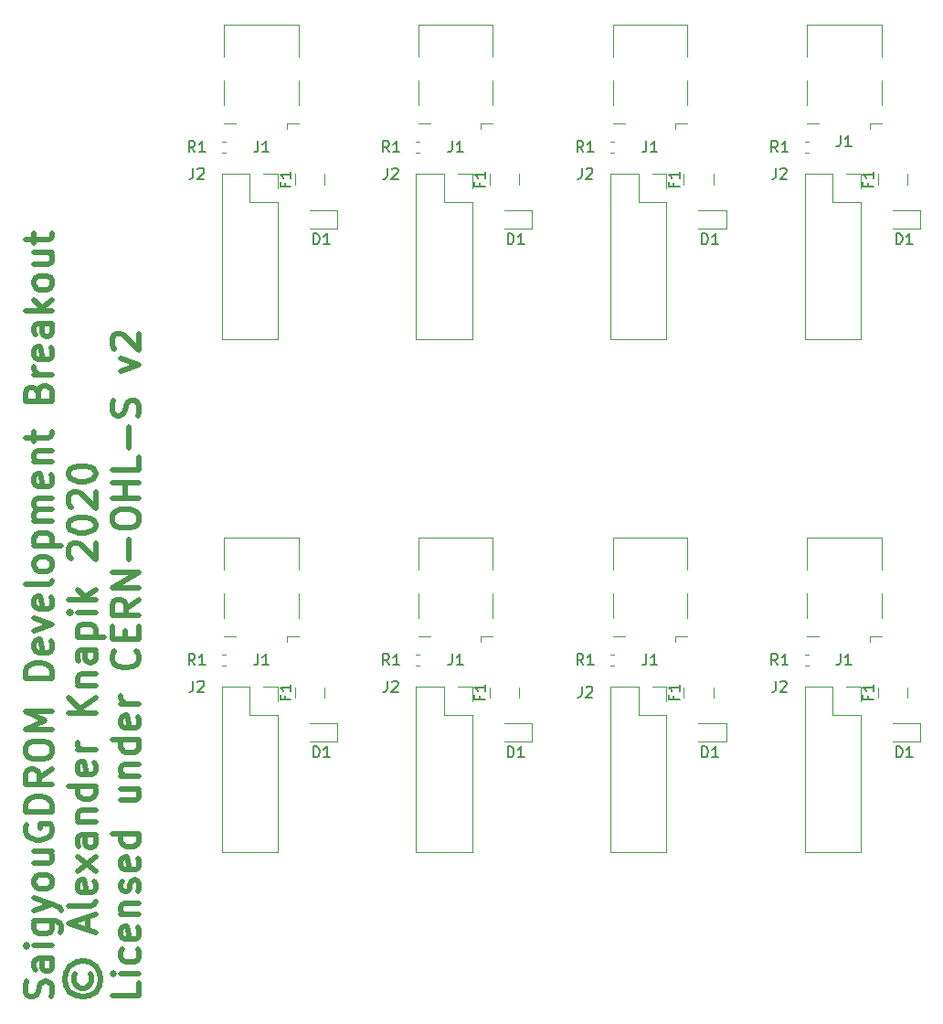
<source format=gto>
G04 #@! TF.GenerationSoftware,KiCad,Pcbnew,(5.99.0-1907-g1c46bf195)*
G04 #@! TF.CreationDate,2020-10-23T20:38:10+00:00*
G04 #@! TF.ProjectId,USB PMOD Panelised,55534220-504d-44f4-9420-50616e656c69,rev?*
G04 #@! TF.SameCoordinates,Original*
G04 #@! TF.FileFunction,Legend,Top*
G04 #@! TF.FilePolarity,Positive*
%FSLAX46Y46*%
G04 Gerber Fmt 4.6, Leading zero omitted, Abs format (unit mm)*
G04 Created by KiCad (PCBNEW (5.99.0-1907-g1c46bf195)) date 2020-10-23 20:38:10*
%MOMM*%
%LPD*%
G01*
G04 APERTURE LIST*
%ADD10C,0.500000*%
%ADD11C,0.150000*%
%ADD12C,0.120000*%
G04 APERTURE END LIST*
D10*
X79786904Y-128748809D02*
X79905952Y-128391666D01*
X79905952Y-127796428D01*
X79786904Y-127558333D01*
X79667857Y-127439285D01*
X79429761Y-127320238D01*
X79191666Y-127320238D01*
X78953571Y-127439285D01*
X78834523Y-127558333D01*
X78715476Y-127796428D01*
X78596428Y-128272619D01*
X78477380Y-128510714D01*
X78358333Y-128629761D01*
X78120238Y-128748809D01*
X77882142Y-128748809D01*
X77644047Y-128629761D01*
X77525000Y-128510714D01*
X77405952Y-128272619D01*
X77405952Y-127677380D01*
X77525000Y-127320238D01*
X79905952Y-125177380D02*
X78596428Y-125177380D01*
X78358333Y-125296428D01*
X78239285Y-125534523D01*
X78239285Y-126010714D01*
X78358333Y-126248809D01*
X79786904Y-125177380D02*
X79905952Y-125415476D01*
X79905952Y-126010714D01*
X79786904Y-126248809D01*
X79548809Y-126367857D01*
X79310714Y-126367857D01*
X79072619Y-126248809D01*
X78953571Y-126010714D01*
X78953571Y-125415476D01*
X78834523Y-125177380D01*
X79905952Y-123986904D02*
X78239285Y-123986904D01*
X77405952Y-123986904D02*
X77525000Y-124105952D01*
X77644047Y-123986904D01*
X77525000Y-123867857D01*
X77405952Y-123986904D01*
X77644047Y-123986904D01*
X78239285Y-121725000D02*
X80263095Y-121725000D01*
X80501190Y-121844047D01*
X80620238Y-121963095D01*
X80739285Y-122201190D01*
X80739285Y-122558333D01*
X80620238Y-122796428D01*
X79786904Y-121725000D02*
X79905952Y-121963095D01*
X79905952Y-122439285D01*
X79786904Y-122677380D01*
X79667857Y-122796428D01*
X79429761Y-122915476D01*
X78715476Y-122915476D01*
X78477380Y-122796428D01*
X78358333Y-122677380D01*
X78239285Y-122439285D01*
X78239285Y-121963095D01*
X78358333Y-121725000D01*
X78239285Y-120772619D02*
X79905952Y-120177380D01*
X78239285Y-119582142D02*
X79905952Y-120177380D01*
X80501190Y-120415476D01*
X80620238Y-120534523D01*
X80739285Y-120772619D01*
X79905952Y-118272619D02*
X79786904Y-118510714D01*
X79667857Y-118629761D01*
X79429761Y-118748809D01*
X78715476Y-118748809D01*
X78477380Y-118629761D01*
X78358333Y-118510714D01*
X78239285Y-118272619D01*
X78239285Y-117915476D01*
X78358333Y-117677380D01*
X78477380Y-117558333D01*
X78715476Y-117439285D01*
X79429761Y-117439285D01*
X79667857Y-117558333D01*
X79786904Y-117677380D01*
X79905952Y-117915476D01*
X79905952Y-118272619D01*
X78239285Y-115296428D02*
X79905952Y-115296428D01*
X78239285Y-116367857D02*
X79548809Y-116367857D01*
X79786904Y-116248809D01*
X79905952Y-116010714D01*
X79905952Y-115653571D01*
X79786904Y-115415476D01*
X79667857Y-115296428D01*
X77525000Y-112796428D02*
X77405952Y-113034523D01*
X77405952Y-113391666D01*
X77525000Y-113748809D01*
X77763095Y-113986904D01*
X78001190Y-114105952D01*
X78477380Y-114225000D01*
X78834523Y-114225000D01*
X79310714Y-114105952D01*
X79548809Y-113986904D01*
X79786904Y-113748809D01*
X79905952Y-113391666D01*
X79905952Y-113153571D01*
X79786904Y-112796428D01*
X79667857Y-112677380D01*
X78834523Y-112677380D01*
X78834523Y-113153571D01*
X79905952Y-111605952D02*
X77405952Y-111605952D01*
X77405952Y-111010714D01*
X77525000Y-110653571D01*
X77763095Y-110415476D01*
X78001190Y-110296428D01*
X78477380Y-110177380D01*
X78834523Y-110177380D01*
X79310714Y-110296428D01*
X79548809Y-110415476D01*
X79786904Y-110653571D01*
X79905952Y-111010714D01*
X79905952Y-111605952D01*
X79905952Y-107677380D02*
X78715476Y-108510714D01*
X79905952Y-109105952D02*
X77405952Y-109105952D01*
X77405952Y-108153571D01*
X77525000Y-107915476D01*
X77644047Y-107796428D01*
X77882142Y-107677380D01*
X78239285Y-107677380D01*
X78477380Y-107796428D01*
X78596428Y-107915476D01*
X78715476Y-108153571D01*
X78715476Y-109105952D01*
X77405952Y-106129761D02*
X77405952Y-105653571D01*
X77525000Y-105415476D01*
X77763095Y-105177380D01*
X78239285Y-105058333D01*
X79072619Y-105058333D01*
X79548809Y-105177380D01*
X79786904Y-105415476D01*
X79905952Y-105653571D01*
X79905952Y-106129761D01*
X79786904Y-106367857D01*
X79548809Y-106605952D01*
X79072619Y-106725000D01*
X78239285Y-106725000D01*
X77763095Y-106605952D01*
X77525000Y-106367857D01*
X77405952Y-106129761D01*
X79905952Y-103986904D02*
X77405952Y-103986904D01*
X79191666Y-103153571D01*
X77405952Y-102320238D01*
X79905952Y-102320238D01*
X79905952Y-99225000D02*
X77405952Y-99225000D01*
X77405952Y-98629761D01*
X77525000Y-98272619D01*
X77763095Y-98034523D01*
X78001190Y-97915476D01*
X78477380Y-97796428D01*
X78834523Y-97796428D01*
X79310714Y-97915476D01*
X79548809Y-98034523D01*
X79786904Y-98272619D01*
X79905952Y-98629761D01*
X79905952Y-99225000D01*
X79786904Y-95772619D02*
X79905952Y-96010714D01*
X79905952Y-96486904D01*
X79786904Y-96725000D01*
X79548809Y-96844047D01*
X78596428Y-96844047D01*
X78358333Y-96725000D01*
X78239285Y-96486904D01*
X78239285Y-96010714D01*
X78358333Y-95772619D01*
X78596428Y-95653571D01*
X78834523Y-95653571D01*
X79072619Y-96844047D01*
X78239285Y-94820238D02*
X79905952Y-94225000D01*
X78239285Y-93629761D01*
X79786904Y-91725000D02*
X79905952Y-91963095D01*
X79905952Y-92439285D01*
X79786904Y-92677380D01*
X79548809Y-92796428D01*
X78596428Y-92796428D01*
X78358333Y-92677380D01*
X78239285Y-92439285D01*
X78239285Y-91963095D01*
X78358333Y-91725000D01*
X78596428Y-91605952D01*
X78834523Y-91605952D01*
X79072619Y-92796428D01*
X79905952Y-90177380D02*
X79786904Y-90415476D01*
X79548809Y-90534523D01*
X77405952Y-90534523D01*
X79905952Y-88867857D02*
X79786904Y-89105952D01*
X79667857Y-89225000D01*
X79429761Y-89344047D01*
X78715476Y-89344047D01*
X78477380Y-89225000D01*
X78358333Y-89105952D01*
X78239285Y-88867857D01*
X78239285Y-88510714D01*
X78358333Y-88272619D01*
X78477380Y-88153571D01*
X78715476Y-88034523D01*
X79429761Y-88034523D01*
X79667857Y-88153571D01*
X79786904Y-88272619D01*
X79905952Y-88510714D01*
X79905952Y-88867857D01*
X78239285Y-86963095D02*
X80739285Y-86963095D01*
X78358333Y-86963095D02*
X78239285Y-86725000D01*
X78239285Y-86248809D01*
X78358333Y-86010714D01*
X78477380Y-85891666D01*
X78715476Y-85772619D01*
X79429761Y-85772619D01*
X79667857Y-85891666D01*
X79786904Y-86010714D01*
X79905952Y-86248809D01*
X79905952Y-86725000D01*
X79786904Y-86963095D01*
X79905952Y-84701190D02*
X78239285Y-84701190D01*
X78477380Y-84701190D02*
X78358333Y-84582142D01*
X78239285Y-84344047D01*
X78239285Y-83986904D01*
X78358333Y-83748809D01*
X78596428Y-83629761D01*
X79905952Y-83629761D01*
X78596428Y-83629761D02*
X78358333Y-83510714D01*
X78239285Y-83272619D01*
X78239285Y-82915476D01*
X78358333Y-82677380D01*
X78596428Y-82558333D01*
X79905952Y-82558333D01*
X79786904Y-80415476D02*
X79905952Y-80653571D01*
X79905952Y-81129761D01*
X79786904Y-81367857D01*
X79548809Y-81486904D01*
X78596428Y-81486904D01*
X78358333Y-81367857D01*
X78239285Y-81129761D01*
X78239285Y-80653571D01*
X78358333Y-80415476D01*
X78596428Y-80296428D01*
X78834523Y-80296428D01*
X79072619Y-81486904D01*
X78239285Y-79225000D02*
X79905952Y-79225000D01*
X78477380Y-79225000D02*
X78358333Y-79105952D01*
X78239285Y-78867857D01*
X78239285Y-78510714D01*
X78358333Y-78272619D01*
X78596428Y-78153571D01*
X79905952Y-78153571D01*
X78239285Y-77320238D02*
X78239285Y-76367857D01*
X77405952Y-76963095D02*
X79548809Y-76963095D01*
X79786904Y-76844047D01*
X79905952Y-76605952D01*
X79905952Y-76367857D01*
X78596428Y-72796428D02*
X78715476Y-72439285D01*
X78834523Y-72320238D01*
X79072619Y-72201190D01*
X79429761Y-72201190D01*
X79667857Y-72320238D01*
X79786904Y-72439285D01*
X79905952Y-72677380D01*
X79905952Y-73629761D01*
X77405952Y-73629761D01*
X77405952Y-72796428D01*
X77525000Y-72558333D01*
X77644047Y-72439285D01*
X77882142Y-72320238D01*
X78120238Y-72320238D01*
X78358333Y-72439285D01*
X78477380Y-72558333D01*
X78596428Y-72796428D01*
X78596428Y-73629761D01*
X79905952Y-71129761D02*
X78239285Y-71129761D01*
X78715476Y-71129761D02*
X78477380Y-71010714D01*
X78358333Y-70891666D01*
X78239285Y-70653571D01*
X78239285Y-70415476D01*
X79786904Y-68629761D02*
X79905952Y-68867857D01*
X79905952Y-69344047D01*
X79786904Y-69582142D01*
X79548809Y-69701190D01*
X78596428Y-69701190D01*
X78358333Y-69582142D01*
X78239285Y-69344047D01*
X78239285Y-68867857D01*
X78358333Y-68629761D01*
X78596428Y-68510714D01*
X78834523Y-68510714D01*
X79072619Y-69701190D01*
X79905952Y-66367857D02*
X78596428Y-66367857D01*
X78358333Y-66486904D01*
X78239285Y-66725000D01*
X78239285Y-67201190D01*
X78358333Y-67439285D01*
X79786904Y-66367857D02*
X79905952Y-66605952D01*
X79905952Y-67201190D01*
X79786904Y-67439285D01*
X79548809Y-67558333D01*
X79310714Y-67558333D01*
X79072619Y-67439285D01*
X78953571Y-67201190D01*
X78953571Y-66605952D01*
X78834523Y-66367857D01*
X79905952Y-65177380D02*
X77405952Y-65177380D01*
X78953571Y-64939285D02*
X79905952Y-64225000D01*
X78239285Y-64225000D02*
X79191666Y-65177380D01*
X79905952Y-62796428D02*
X79786904Y-63034523D01*
X79667857Y-63153571D01*
X79429761Y-63272619D01*
X78715476Y-63272619D01*
X78477380Y-63153571D01*
X78358333Y-63034523D01*
X78239285Y-62796428D01*
X78239285Y-62439285D01*
X78358333Y-62201190D01*
X78477380Y-62082142D01*
X78715476Y-61963095D01*
X79429761Y-61963095D01*
X79667857Y-62082142D01*
X79786904Y-62201190D01*
X79905952Y-62439285D01*
X79905952Y-62796428D01*
X78239285Y-59820238D02*
X79905952Y-59820238D01*
X78239285Y-60891666D02*
X79548809Y-60891666D01*
X79786904Y-60772619D01*
X79905952Y-60534523D01*
X79905952Y-60177380D01*
X79786904Y-59939285D01*
X79667857Y-59820238D01*
X78239285Y-58986904D02*
X78239285Y-58034523D01*
X77405952Y-58629761D02*
X79548809Y-58629761D01*
X79786904Y-58510714D01*
X79905952Y-58272619D01*
X79905952Y-58034523D01*
X82026190Y-126605952D02*
X81907142Y-126844047D01*
X81907142Y-127320238D01*
X82026190Y-127558333D01*
X82264285Y-127796428D01*
X82502380Y-127915476D01*
X82978571Y-127915476D01*
X83216666Y-127796428D01*
X83454761Y-127558333D01*
X83573809Y-127320238D01*
X83573809Y-126844047D01*
X83454761Y-126605952D01*
X81073809Y-127082142D02*
X81192857Y-127677380D01*
X81550000Y-128272619D01*
X82145238Y-128629761D01*
X82740476Y-128748809D01*
X83335714Y-128629761D01*
X83930952Y-128272619D01*
X84288095Y-127677380D01*
X84407142Y-127082142D01*
X84288095Y-126486904D01*
X83930952Y-125891666D01*
X83335714Y-125534523D01*
X82740476Y-125415476D01*
X82145238Y-125534523D01*
X81550000Y-125891666D01*
X81192857Y-126486904D01*
X81073809Y-127082142D01*
X83216666Y-122558333D02*
X83216666Y-121367857D01*
X83930952Y-122796428D02*
X81430952Y-121963095D01*
X83930952Y-121129761D01*
X83930952Y-119939285D02*
X83811904Y-120177380D01*
X83573809Y-120296428D01*
X81430952Y-120296428D01*
X83811904Y-118034523D02*
X83930952Y-118272619D01*
X83930952Y-118748809D01*
X83811904Y-118986904D01*
X83573809Y-119105952D01*
X82621428Y-119105952D01*
X82383333Y-118986904D01*
X82264285Y-118748809D01*
X82264285Y-118272619D01*
X82383333Y-118034523D01*
X82621428Y-117915476D01*
X82859523Y-117915476D01*
X83097619Y-119105952D01*
X83930952Y-117082142D02*
X82264285Y-115772619D01*
X82264285Y-117082142D02*
X83930952Y-115772619D01*
X83930952Y-113748809D02*
X82621428Y-113748809D01*
X82383333Y-113867857D01*
X82264285Y-114105952D01*
X82264285Y-114582142D01*
X82383333Y-114820238D01*
X83811904Y-113748809D02*
X83930952Y-113986904D01*
X83930952Y-114582142D01*
X83811904Y-114820238D01*
X83573809Y-114939285D01*
X83335714Y-114939285D01*
X83097619Y-114820238D01*
X82978571Y-114582142D01*
X82978571Y-113986904D01*
X82859523Y-113748809D01*
X82264285Y-112558333D02*
X83930952Y-112558333D01*
X82502380Y-112558333D02*
X82383333Y-112439285D01*
X82264285Y-112201190D01*
X82264285Y-111844047D01*
X82383333Y-111605952D01*
X82621428Y-111486904D01*
X83930952Y-111486904D01*
X83930952Y-109225000D02*
X81430952Y-109225000D01*
X83811904Y-109225000D02*
X83930952Y-109463095D01*
X83930952Y-109939285D01*
X83811904Y-110177380D01*
X83692857Y-110296428D01*
X83454761Y-110415476D01*
X82740476Y-110415476D01*
X82502380Y-110296428D01*
X82383333Y-110177380D01*
X82264285Y-109939285D01*
X82264285Y-109463095D01*
X82383333Y-109225000D01*
X83811904Y-107082142D02*
X83930952Y-107320238D01*
X83930952Y-107796428D01*
X83811904Y-108034523D01*
X83573809Y-108153571D01*
X82621428Y-108153571D01*
X82383333Y-108034523D01*
X82264285Y-107796428D01*
X82264285Y-107320238D01*
X82383333Y-107082142D01*
X82621428Y-106963095D01*
X82859523Y-106963095D01*
X83097619Y-108153571D01*
X83930952Y-105891666D02*
X82264285Y-105891666D01*
X82740476Y-105891666D02*
X82502380Y-105772619D01*
X82383333Y-105653571D01*
X82264285Y-105415476D01*
X82264285Y-105177380D01*
X83930952Y-102439285D02*
X81430952Y-102439285D01*
X83930952Y-101010714D02*
X82502380Y-102082142D01*
X81430952Y-101010714D02*
X82859523Y-102439285D01*
X82264285Y-99939285D02*
X83930952Y-99939285D01*
X82502380Y-99939285D02*
X82383333Y-99820238D01*
X82264285Y-99582142D01*
X82264285Y-99225000D01*
X82383333Y-98986904D01*
X82621428Y-98867857D01*
X83930952Y-98867857D01*
X83930952Y-96605952D02*
X82621428Y-96605952D01*
X82383333Y-96725000D01*
X82264285Y-96963095D01*
X82264285Y-97439285D01*
X82383333Y-97677380D01*
X83811904Y-96605952D02*
X83930952Y-96844047D01*
X83930952Y-97439285D01*
X83811904Y-97677380D01*
X83573809Y-97796428D01*
X83335714Y-97796428D01*
X83097619Y-97677380D01*
X82978571Y-97439285D01*
X82978571Y-96844047D01*
X82859523Y-96605952D01*
X82264285Y-95415476D02*
X84764285Y-95415476D01*
X82383333Y-95415476D02*
X82264285Y-95177380D01*
X82264285Y-94701190D01*
X82383333Y-94463095D01*
X82502380Y-94344047D01*
X82740476Y-94225000D01*
X83454761Y-94225000D01*
X83692857Y-94344047D01*
X83811904Y-94463095D01*
X83930952Y-94701190D01*
X83930952Y-95177380D01*
X83811904Y-95415476D01*
X83930952Y-93153571D02*
X82264285Y-93153571D01*
X81430952Y-93153571D02*
X81550000Y-93272619D01*
X81669047Y-93153571D01*
X81550000Y-93034523D01*
X81430952Y-93153571D01*
X81669047Y-93153571D01*
X83930952Y-91963095D02*
X81430952Y-91963095D01*
X82978571Y-91725000D02*
X83930952Y-91010714D01*
X82264285Y-91010714D02*
X83216666Y-91963095D01*
X81669047Y-88153571D02*
X81550000Y-88034523D01*
X81430952Y-87796428D01*
X81430952Y-87201190D01*
X81550000Y-86963095D01*
X81669047Y-86844047D01*
X81907142Y-86725000D01*
X82145238Y-86725000D01*
X82502380Y-86844047D01*
X83930952Y-88272619D01*
X83930952Y-86725000D01*
X81430952Y-85177380D02*
X81430952Y-84939285D01*
X81550000Y-84701190D01*
X81669047Y-84582142D01*
X81907142Y-84463095D01*
X82383333Y-84344047D01*
X82978571Y-84344047D01*
X83454761Y-84463095D01*
X83692857Y-84582142D01*
X83811904Y-84701190D01*
X83930952Y-84939285D01*
X83930952Y-85177380D01*
X83811904Y-85415476D01*
X83692857Y-85534523D01*
X83454761Y-85653571D01*
X82978571Y-85772619D01*
X82383333Y-85772619D01*
X81907142Y-85653571D01*
X81669047Y-85534523D01*
X81550000Y-85415476D01*
X81430952Y-85177380D01*
X81669047Y-83391666D02*
X81550000Y-83272619D01*
X81430952Y-83034523D01*
X81430952Y-82439285D01*
X81550000Y-82201190D01*
X81669047Y-82082142D01*
X81907142Y-81963095D01*
X82145238Y-81963095D01*
X82502380Y-82082142D01*
X83930952Y-83510714D01*
X83930952Y-81963095D01*
X81430952Y-80415476D02*
X81430952Y-80177380D01*
X81550000Y-79939285D01*
X81669047Y-79820238D01*
X81907142Y-79701190D01*
X82383333Y-79582142D01*
X82978571Y-79582142D01*
X83454761Y-79701190D01*
X83692857Y-79820238D01*
X83811904Y-79939285D01*
X83930952Y-80177380D01*
X83930952Y-80415476D01*
X83811904Y-80653571D01*
X83692857Y-80772619D01*
X83454761Y-80891666D01*
X82978571Y-81010714D01*
X82383333Y-81010714D01*
X81907142Y-80891666D01*
X81669047Y-80772619D01*
X81550000Y-80653571D01*
X81430952Y-80415476D01*
X87955952Y-127439285D02*
X87955952Y-128629761D01*
X85455952Y-128629761D01*
X87955952Y-126605952D02*
X86289285Y-126605952D01*
X85455952Y-126605952D02*
X85575000Y-126725000D01*
X85694047Y-126605952D01*
X85575000Y-126486904D01*
X85455952Y-126605952D01*
X85694047Y-126605952D01*
X87836904Y-124344047D02*
X87955952Y-124582142D01*
X87955952Y-125058333D01*
X87836904Y-125296428D01*
X87717857Y-125415476D01*
X87479761Y-125534523D01*
X86765476Y-125534523D01*
X86527380Y-125415476D01*
X86408333Y-125296428D01*
X86289285Y-125058333D01*
X86289285Y-124582142D01*
X86408333Y-124344047D01*
X87836904Y-122320238D02*
X87955952Y-122558333D01*
X87955952Y-123034523D01*
X87836904Y-123272619D01*
X87598809Y-123391666D01*
X86646428Y-123391666D01*
X86408333Y-123272619D01*
X86289285Y-123034523D01*
X86289285Y-122558333D01*
X86408333Y-122320238D01*
X86646428Y-122201190D01*
X86884523Y-122201190D01*
X87122619Y-123391666D01*
X86289285Y-121129761D02*
X87955952Y-121129761D01*
X86527380Y-121129761D02*
X86408333Y-121010714D01*
X86289285Y-120772619D01*
X86289285Y-120415476D01*
X86408333Y-120177380D01*
X86646428Y-120058333D01*
X87955952Y-120058333D01*
X87836904Y-118986904D02*
X87955952Y-118748809D01*
X87955952Y-118272619D01*
X87836904Y-118034523D01*
X87598809Y-117915476D01*
X87479761Y-117915476D01*
X87241666Y-118034523D01*
X87122619Y-118272619D01*
X87122619Y-118629761D01*
X87003571Y-118867857D01*
X86765476Y-118986904D01*
X86646428Y-118986904D01*
X86408333Y-118867857D01*
X86289285Y-118629761D01*
X86289285Y-118272619D01*
X86408333Y-118034523D01*
X87836904Y-115891666D02*
X87955952Y-116129761D01*
X87955952Y-116605952D01*
X87836904Y-116844047D01*
X87598809Y-116963095D01*
X86646428Y-116963095D01*
X86408333Y-116844047D01*
X86289285Y-116605952D01*
X86289285Y-116129761D01*
X86408333Y-115891666D01*
X86646428Y-115772619D01*
X86884523Y-115772619D01*
X87122619Y-116963095D01*
X87955952Y-113629761D02*
X85455952Y-113629761D01*
X87836904Y-113629761D02*
X87955952Y-113867857D01*
X87955952Y-114344047D01*
X87836904Y-114582142D01*
X87717857Y-114701190D01*
X87479761Y-114820238D01*
X86765476Y-114820238D01*
X86527380Y-114701190D01*
X86408333Y-114582142D01*
X86289285Y-114344047D01*
X86289285Y-113867857D01*
X86408333Y-113629761D01*
X86289285Y-109463095D02*
X87955952Y-109463095D01*
X86289285Y-110534523D02*
X87598809Y-110534523D01*
X87836904Y-110415476D01*
X87955952Y-110177380D01*
X87955952Y-109820238D01*
X87836904Y-109582142D01*
X87717857Y-109463095D01*
X86289285Y-108272619D02*
X87955952Y-108272619D01*
X86527380Y-108272619D02*
X86408333Y-108153571D01*
X86289285Y-107915476D01*
X86289285Y-107558333D01*
X86408333Y-107320238D01*
X86646428Y-107201190D01*
X87955952Y-107201190D01*
X87955952Y-104939285D02*
X85455952Y-104939285D01*
X87836904Y-104939285D02*
X87955952Y-105177380D01*
X87955952Y-105653571D01*
X87836904Y-105891666D01*
X87717857Y-106010714D01*
X87479761Y-106129761D01*
X86765476Y-106129761D01*
X86527380Y-106010714D01*
X86408333Y-105891666D01*
X86289285Y-105653571D01*
X86289285Y-105177380D01*
X86408333Y-104939285D01*
X87836904Y-102796428D02*
X87955952Y-103034523D01*
X87955952Y-103510714D01*
X87836904Y-103748809D01*
X87598809Y-103867857D01*
X86646428Y-103867857D01*
X86408333Y-103748809D01*
X86289285Y-103510714D01*
X86289285Y-103034523D01*
X86408333Y-102796428D01*
X86646428Y-102677380D01*
X86884523Y-102677380D01*
X87122619Y-103867857D01*
X87955952Y-101605952D02*
X86289285Y-101605952D01*
X86765476Y-101605952D02*
X86527380Y-101486904D01*
X86408333Y-101367857D01*
X86289285Y-101129761D01*
X86289285Y-100891666D01*
X87717857Y-96725000D02*
X87836904Y-96844047D01*
X87955952Y-97201190D01*
X87955952Y-97439285D01*
X87836904Y-97796428D01*
X87598809Y-98034523D01*
X87360714Y-98153571D01*
X86884523Y-98272619D01*
X86527380Y-98272619D01*
X86051190Y-98153571D01*
X85813095Y-98034523D01*
X85575000Y-97796428D01*
X85455952Y-97439285D01*
X85455952Y-97201190D01*
X85575000Y-96844047D01*
X85694047Y-96725000D01*
X86646428Y-95653571D02*
X86646428Y-94820238D01*
X87955952Y-94463095D02*
X87955952Y-95653571D01*
X85455952Y-95653571D01*
X85455952Y-94463095D01*
X87955952Y-91963095D02*
X86765476Y-92796428D01*
X87955952Y-93391666D02*
X85455952Y-93391666D01*
X85455952Y-92439285D01*
X85575000Y-92201190D01*
X85694047Y-92082142D01*
X85932142Y-91963095D01*
X86289285Y-91963095D01*
X86527380Y-92082142D01*
X86646428Y-92201190D01*
X86765476Y-92439285D01*
X86765476Y-93391666D01*
X87955952Y-90891666D02*
X85455952Y-90891666D01*
X87955952Y-89463095D01*
X85455952Y-89463095D01*
X87003571Y-88272619D02*
X87003571Y-86367857D01*
X85455952Y-84701190D02*
X85455952Y-84225000D01*
X85575000Y-83986904D01*
X85813095Y-83748809D01*
X86289285Y-83629761D01*
X87122619Y-83629761D01*
X87598809Y-83748809D01*
X87836904Y-83986904D01*
X87955952Y-84225000D01*
X87955952Y-84701190D01*
X87836904Y-84939285D01*
X87598809Y-85177380D01*
X87122619Y-85296428D01*
X86289285Y-85296428D01*
X85813095Y-85177380D01*
X85575000Y-84939285D01*
X85455952Y-84701190D01*
X87955952Y-82558333D02*
X85455952Y-82558333D01*
X86646428Y-82558333D02*
X86646428Y-81129761D01*
X87955952Y-81129761D02*
X85455952Y-81129761D01*
X87955952Y-78748809D02*
X87955952Y-79939285D01*
X85455952Y-79939285D01*
X87003571Y-77915476D02*
X87003571Y-76010714D01*
X87836904Y-74939285D02*
X87955952Y-74582142D01*
X87955952Y-73986904D01*
X87836904Y-73748809D01*
X87717857Y-73629761D01*
X87479761Y-73510714D01*
X87241666Y-73510714D01*
X87003571Y-73629761D01*
X86884523Y-73748809D01*
X86765476Y-73986904D01*
X86646428Y-74463095D01*
X86527380Y-74701190D01*
X86408333Y-74820238D01*
X86170238Y-74939285D01*
X85932142Y-74939285D01*
X85694047Y-74820238D01*
X85575000Y-74701190D01*
X85455952Y-74463095D01*
X85455952Y-73867857D01*
X85575000Y-73510714D01*
X86289285Y-70772619D02*
X87955952Y-70177380D01*
X86289285Y-69582142D01*
X85694047Y-68748809D02*
X85575000Y-68629761D01*
X85455952Y-68391666D01*
X85455952Y-67796428D01*
X85575000Y-67558333D01*
X85694047Y-67439285D01*
X85932142Y-67320238D01*
X86170238Y-67320238D01*
X86527380Y-67439285D01*
X87955952Y-68867857D01*
X87955952Y-67320238D01*
D11*
G04 #@! TO.C,J1*
X152966666Y-49002380D02*
X152966666Y-49716666D01*
X152919047Y-49859523D01*
X152823809Y-49954761D01*
X152680952Y-50002380D01*
X152585714Y-50002380D01*
X153966666Y-50002380D02*
X153395238Y-50002380D01*
X153680952Y-50002380D02*
X153680952Y-49002380D01*
X153585714Y-49145238D01*
X153490476Y-49240476D01*
X153395238Y-49288095D01*
X152966666Y-97002380D02*
X152966666Y-97716666D01*
X152919047Y-97859523D01*
X152823809Y-97954761D01*
X152680952Y-98002380D01*
X152585714Y-98002380D01*
X153966666Y-98002380D02*
X153395238Y-98002380D01*
X153680952Y-98002380D02*
X153680952Y-97002380D01*
X153585714Y-97145238D01*
X153490476Y-97240476D01*
X153395238Y-97288095D01*
X134966666Y-97002380D02*
X134966666Y-97716666D01*
X134919047Y-97859523D01*
X134823809Y-97954761D01*
X134680952Y-98002380D01*
X134585714Y-98002380D01*
X135966666Y-98002380D02*
X135395238Y-98002380D01*
X135680952Y-98002380D02*
X135680952Y-97002380D01*
X135585714Y-97145238D01*
X135490476Y-97240476D01*
X135395238Y-97288095D01*
X116966666Y-97002380D02*
X116966666Y-97716666D01*
X116919047Y-97859523D01*
X116823809Y-97954761D01*
X116680952Y-98002380D01*
X116585714Y-98002380D01*
X117966666Y-98002380D02*
X117395238Y-98002380D01*
X117680952Y-98002380D02*
X117680952Y-97002380D01*
X117585714Y-97145238D01*
X117490476Y-97240476D01*
X117395238Y-97288095D01*
X98966666Y-97002380D02*
X98966666Y-97716666D01*
X98919047Y-97859523D01*
X98823809Y-97954761D01*
X98680952Y-98002380D01*
X98585714Y-98002380D01*
X99966666Y-98002380D02*
X99395238Y-98002380D01*
X99680952Y-98002380D02*
X99680952Y-97002380D01*
X99585714Y-97145238D01*
X99490476Y-97240476D01*
X99395238Y-97288095D01*
X134966666Y-49502380D02*
X134966666Y-50216666D01*
X134919047Y-50359523D01*
X134823809Y-50454761D01*
X134680952Y-50502380D01*
X134585714Y-50502380D01*
X135966666Y-50502380D02*
X135395238Y-50502380D01*
X135680952Y-50502380D02*
X135680952Y-49502380D01*
X135585714Y-49645238D01*
X135490476Y-49740476D01*
X135395238Y-49788095D01*
X116966666Y-49502380D02*
X116966666Y-50216666D01*
X116919047Y-50359523D01*
X116823809Y-50454761D01*
X116680952Y-50502380D01*
X116585714Y-50502380D01*
X117966666Y-50502380D02*
X117395238Y-50502380D01*
X117680952Y-50502380D02*
X117680952Y-49502380D01*
X117585714Y-49645238D01*
X117490476Y-49740476D01*
X117395238Y-49788095D01*
G04 #@! TO.C,F1*
X155508571Y-100883333D02*
X155508571Y-101216666D01*
X156032380Y-101216666D02*
X155032380Y-101216666D01*
X155032380Y-100740476D01*
X156032380Y-99835714D02*
X156032380Y-100407142D01*
X156032380Y-100121428D02*
X155032380Y-100121428D01*
X155175238Y-100216666D01*
X155270476Y-100311904D01*
X155318095Y-100407142D01*
X137508571Y-100883333D02*
X137508571Y-101216666D01*
X138032380Y-101216666D02*
X137032380Y-101216666D01*
X137032380Y-100740476D01*
X138032380Y-99835714D02*
X138032380Y-100407142D01*
X138032380Y-100121428D02*
X137032380Y-100121428D01*
X137175238Y-100216666D01*
X137270476Y-100311904D01*
X137318095Y-100407142D01*
X119508571Y-100883333D02*
X119508571Y-101216666D01*
X120032380Y-101216666D02*
X119032380Y-101216666D01*
X119032380Y-100740476D01*
X120032380Y-99835714D02*
X120032380Y-100407142D01*
X120032380Y-100121428D02*
X119032380Y-100121428D01*
X119175238Y-100216666D01*
X119270476Y-100311904D01*
X119318095Y-100407142D01*
X101508571Y-100883333D02*
X101508571Y-101216666D01*
X102032380Y-101216666D02*
X101032380Y-101216666D01*
X101032380Y-100740476D01*
X102032380Y-99835714D02*
X102032380Y-100407142D01*
X102032380Y-100121428D02*
X101032380Y-100121428D01*
X101175238Y-100216666D01*
X101270476Y-100311904D01*
X101318095Y-100407142D01*
X155508571Y-53383333D02*
X155508571Y-53716666D01*
X156032380Y-53716666D02*
X155032380Y-53716666D01*
X155032380Y-53240476D01*
X156032380Y-52335714D02*
X156032380Y-52907142D01*
X156032380Y-52621428D02*
X155032380Y-52621428D01*
X155175238Y-52716666D01*
X155270476Y-52811904D01*
X155318095Y-52907142D01*
X137508571Y-53383333D02*
X137508571Y-53716666D01*
X138032380Y-53716666D02*
X137032380Y-53716666D01*
X137032380Y-53240476D01*
X138032380Y-52335714D02*
X138032380Y-52907142D01*
X138032380Y-52621428D02*
X137032380Y-52621428D01*
X137175238Y-52716666D01*
X137270476Y-52811904D01*
X137318095Y-52907142D01*
X119508571Y-53383333D02*
X119508571Y-53716666D01*
X120032380Y-53716666D02*
X119032380Y-53716666D01*
X119032380Y-53240476D01*
X120032380Y-52335714D02*
X120032380Y-52907142D01*
X120032380Y-52621428D02*
X119032380Y-52621428D01*
X119175238Y-52716666D01*
X119270476Y-52811904D01*
X119318095Y-52907142D01*
G04 #@! TO.C,J2*
X146966666Y-99502380D02*
X146966666Y-100216666D01*
X146919047Y-100359523D01*
X146823809Y-100454761D01*
X146680952Y-100502380D01*
X146585714Y-100502380D01*
X147395238Y-99597619D02*
X147442857Y-99550000D01*
X147538095Y-99502380D01*
X147776190Y-99502380D01*
X147871428Y-99550000D01*
X147919047Y-99597619D01*
X147966666Y-99692857D01*
X147966666Y-99788095D01*
X147919047Y-99930952D01*
X147347619Y-100502380D01*
X147966666Y-100502380D01*
X128966666Y-100002380D02*
X128966666Y-100716666D01*
X128919047Y-100859523D01*
X128823809Y-100954761D01*
X128680952Y-101002380D01*
X128585714Y-101002380D01*
X129395238Y-100097619D02*
X129442857Y-100050000D01*
X129538095Y-100002380D01*
X129776190Y-100002380D01*
X129871428Y-100050000D01*
X129919047Y-100097619D01*
X129966666Y-100192857D01*
X129966666Y-100288095D01*
X129919047Y-100430952D01*
X129347619Y-101002380D01*
X129966666Y-101002380D01*
X110966666Y-99502380D02*
X110966666Y-100216666D01*
X110919047Y-100359523D01*
X110823809Y-100454761D01*
X110680952Y-100502380D01*
X110585714Y-100502380D01*
X111395238Y-99597619D02*
X111442857Y-99550000D01*
X111538095Y-99502380D01*
X111776190Y-99502380D01*
X111871428Y-99550000D01*
X111919047Y-99597619D01*
X111966666Y-99692857D01*
X111966666Y-99788095D01*
X111919047Y-99930952D01*
X111347619Y-100502380D01*
X111966666Y-100502380D01*
X92966666Y-99502380D02*
X92966666Y-100216666D01*
X92919047Y-100359523D01*
X92823809Y-100454761D01*
X92680952Y-100502380D01*
X92585714Y-100502380D01*
X93395238Y-99597619D02*
X93442857Y-99550000D01*
X93538095Y-99502380D01*
X93776190Y-99502380D01*
X93871428Y-99550000D01*
X93919047Y-99597619D01*
X93966666Y-99692857D01*
X93966666Y-99788095D01*
X93919047Y-99930952D01*
X93347619Y-100502380D01*
X93966666Y-100502380D01*
X146966666Y-52002380D02*
X146966666Y-52716666D01*
X146919047Y-52859523D01*
X146823809Y-52954761D01*
X146680952Y-53002380D01*
X146585714Y-53002380D01*
X147395238Y-52097619D02*
X147442857Y-52050000D01*
X147538095Y-52002380D01*
X147776190Y-52002380D01*
X147871428Y-52050000D01*
X147919047Y-52097619D01*
X147966666Y-52192857D01*
X147966666Y-52288095D01*
X147919047Y-52430952D01*
X147347619Y-53002380D01*
X147966666Y-53002380D01*
X128966666Y-52002380D02*
X128966666Y-52716666D01*
X128919047Y-52859523D01*
X128823809Y-52954761D01*
X128680952Y-53002380D01*
X128585714Y-53002380D01*
X129395238Y-52097619D02*
X129442857Y-52050000D01*
X129538095Y-52002380D01*
X129776190Y-52002380D01*
X129871428Y-52050000D01*
X129919047Y-52097619D01*
X129966666Y-52192857D01*
X129966666Y-52288095D01*
X129919047Y-52430952D01*
X129347619Y-53002380D01*
X129966666Y-53002380D01*
X110966666Y-52002380D02*
X110966666Y-52716666D01*
X110919047Y-52859523D01*
X110823809Y-52954761D01*
X110680952Y-53002380D01*
X110585714Y-53002380D01*
X111395238Y-52097619D02*
X111442857Y-52050000D01*
X111538095Y-52002380D01*
X111776190Y-52002380D01*
X111871428Y-52050000D01*
X111919047Y-52097619D01*
X111966666Y-52192857D01*
X111966666Y-52288095D01*
X111919047Y-52430952D01*
X111347619Y-53002380D01*
X111966666Y-53002380D01*
G04 #@! TO.C,D1*
X158111904Y-106552380D02*
X158111904Y-105552380D01*
X158350000Y-105552380D01*
X158492857Y-105600000D01*
X158588095Y-105695238D01*
X158635714Y-105790476D01*
X158683333Y-105980952D01*
X158683333Y-106123809D01*
X158635714Y-106314285D01*
X158588095Y-106409523D01*
X158492857Y-106504761D01*
X158350000Y-106552380D01*
X158111904Y-106552380D01*
X159635714Y-106552380D02*
X159064285Y-106552380D01*
X159350000Y-106552380D02*
X159350000Y-105552380D01*
X159254761Y-105695238D01*
X159159523Y-105790476D01*
X159064285Y-105838095D01*
X140111904Y-106552380D02*
X140111904Y-105552380D01*
X140350000Y-105552380D01*
X140492857Y-105600000D01*
X140588095Y-105695238D01*
X140635714Y-105790476D01*
X140683333Y-105980952D01*
X140683333Y-106123809D01*
X140635714Y-106314285D01*
X140588095Y-106409523D01*
X140492857Y-106504761D01*
X140350000Y-106552380D01*
X140111904Y-106552380D01*
X141635714Y-106552380D02*
X141064285Y-106552380D01*
X141350000Y-106552380D02*
X141350000Y-105552380D01*
X141254761Y-105695238D01*
X141159523Y-105790476D01*
X141064285Y-105838095D01*
X122111904Y-106552380D02*
X122111904Y-105552380D01*
X122350000Y-105552380D01*
X122492857Y-105600000D01*
X122588095Y-105695238D01*
X122635714Y-105790476D01*
X122683333Y-105980952D01*
X122683333Y-106123809D01*
X122635714Y-106314285D01*
X122588095Y-106409523D01*
X122492857Y-106504761D01*
X122350000Y-106552380D01*
X122111904Y-106552380D01*
X123635714Y-106552380D02*
X123064285Y-106552380D01*
X123350000Y-106552380D02*
X123350000Y-105552380D01*
X123254761Y-105695238D01*
X123159523Y-105790476D01*
X123064285Y-105838095D01*
X104111904Y-106552380D02*
X104111904Y-105552380D01*
X104350000Y-105552380D01*
X104492857Y-105600000D01*
X104588095Y-105695238D01*
X104635714Y-105790476D01*
X104683333Y-105980952D01*
X104683333Y-106123809D01*
X104635714Y-106314285D01*
X104588095Y-106409523D01*
X104492857Y-106504761D01*
X104350000Y-106552380D01*
X104111904Y-106552380D01*
X105635714Y-106552380D02*
X105064285Y-106552380D01*
X105350000Y-106552380D02*
X105350000Y-105552380D01*
X105254761Y-105695238D01*
X105159523Y-105790476D01*
X105064285Y-105838095D01*
X158111904Y-59052380D02*
X158111904Y-58052380D01*
X158350000Y-58052380D01*
X158492857Y-58100000D01*
X158588095Y-58195238D01*
X158635714Y-58290476D01*
X158683333Y-58480952D01*
X158683333Y-58623809D01*
X158635714Y-58814285D01*
X158588095Y-58909523D01*
X158492857Y-59004761D01*
X158350000Y-59052380D01*
X158111904Y-59052380D01*
X159635714Y-59052380D02*
X159064285Y-59052380D01*
X159350000Y-59052380D02*
X159350000Y-58052380D01*
X159254761Y-58195238D01*
X159159523Y-58290476D01*
X159064285Y-58338095D01*
X140111904Y-59052380D02*
X140111904Y-58052380D01*
X140350000Y-58052380D01*
X140492857Y-58100000D01*
X140588095Y-58195238D01*
X140635714Y-58290476D01*
X140683333Y-58480952D01*
X140683333Y-58623809D01*
X140635714Y-58814285D01*
X140588095Y-58909523D01*
X140492857Y-59004761D01*
X140350000Y-59052380D01*
X140111904Y-59052380D01*
X141635714Y-59052380D02*
X141064285Y-59052380D01*
X141350000Y-59052380D02*
X141350000Y-58052380D01*
X141254761Y-58195238D01*
X141159523Y-58290476D01*
X141064285Y-58338095D01*
X122111904Y-59052380D02*
X122111904Y-58052380D01*
X122350000Y-58052380D01*
X122492857Y-58100000D01*
X122588095Y-58195238D01*
X122635714Y-58290476D01*
X122683333Y-58480952D01*
X122683333Y-58623809D01*
X122635714Y-58814285D01*
X122588095Y-58909523D01*
X122492857Y-59004761D01*
X122350000Y-59052380D01*
X122111904Y-59052380D01*
X123635714Y-59052380D02*
X123064285Y-59052380D01*
X123350000Y-59052380D02*
X123350000Y-58052380D01*
X123254761Y-58195238D01*
X123159523Y-58290476D01*
X123064285Y-58338095D01*
G04 #@! TO.C,R1*
X147133333Y-98002380D02*
X146800000Y-97526190D01*
X146561904Y-98002380D02*
X146561904Y-97002380D01*
X146942857Y-97002380D01*
X147038095Y-97050000D01*
X147085714Y-97097619D01*
X147133333Y-97192857D01*
X147133333Y-97335714D01*
X147085714Y-97430952D01*
X147038095Y-97478571D01*
X146942857Y-97526190D01*
X146561904Y-97526190D01*
X148085714Y-98002380D02*
X147514285Y-98002380D01*
X147800000Y-98002380D02*
X147800000Y-97002380D01*
X147704761Y-97145238D01*
X147609523Y-97240476D01*
X147514285Y-97288095D01*
X129133333Y-98002380D02*
X128800000Y-97526190D01*
X128561904Y-98002380D02*
X128561904Y-97002380D01*
X128942857Y-97002380D01*
X129038095Y-97050000D01*
X129085714Y-97097619D01*
X129133333Y-97192857D01*
X129133333Y-97335714D01*
X129085714Y-97430952D01*
X129038095Y-97478571D01*
X128942857Y-97526190D01*
X128561904Y-97526190D01*
X130085714Y-98002380D02*
X129514285Y-98002380D01*
X129800000Y-98002380D02*
X129800000Y-97002380D01*
X129704761Y-97145238D01*
X129609523Y-97240476D01*
X129514285Y-97288095D01*
X111133333Y-98002380D02*
X110800000Y-97526190D01*
X110561904Y-98002380D02*
X110561904Y-97002380D01*
X110942857Y-97002380D01*
X111038095Y-97050000D01*
X111085714Y-97097619D01*
X111133333Y-97192857D01*
X111133333Y-97335714D01*
X111085714Y-97430952D01*
X111038095Y-97478571D01*
X110942857Y-97526190D01*
X110561904Y-97526190D01*
X112085714Y-98002380D02*
X111514285Y-98002380D01*
X111800000Y-98002380D02*
X111800000Y-97002380D01*
X111704761Y-97145238D01*
X111609523Y-97240476D01*
X111514285Y-97288095D01*
X93133333Y-98002380D02*
X92800000Y-97526190D01*
X92561904Y-98002380D02*
X92561904Y-97002380D01*
X92942857Y-97002380D01*
X93038095Y-97050000D01*
X93085714Y-97097619D01*
X93133333Y-97192857D01*
X93133333Y-97335714D01*
X93085714Y-97430952D01*
X93038095Y-97478571D01*
X92942857Y-97526190D01*
X92561904Y-97526190D01*
X94085714Y-98002380D02*
X93514285Y-98002380D01*
X93800000Y-98002380D02*
X93800000Y-97002380D01*
X93704761Y-97145238D01*
X93609523Y-97240476D01*
X93514285Y-97288095D01*
X147133333Y-50502380D02*
X146800000Y-50026190D01*
X146561904Y-50502380D02*
X146561904Y-49502380D01*
X146942857Y-49502380D01*
X147038095Y-49550000D01*
X147085714Y-49597619D01*
X147133333Y-49692857D01*
X147133333Y-49835714D01*
X147085714Y-49930952D01*
X147038095Y-49978571D01*
X146942857Y-50026190D01*
X146561904Y-50026190D01*
X148085714Y-50502380D02*
X147514285Y-50502380D01*
X147800000Y-50502380D02*
X147800000Y-49502380D01*
X147704761Y-49645238D01*
X147609523Y-49740476D01*
X147514285Y-49788095D01*
X129133333Y-50502380D02*
X128800000Y-50026190D01*
X128561904Y-50502380D02*
X128561904Y-49502380D01*
X128942857Y-49502380D01*
X129038095Y-49550000D01*
X129085714Y-49597619D01*
X129133333Y-49692857D01*
X129133333Y-49835714D01*
X129085714Y-49930952D01*
X129038095Y-49978571D01*
X128942857Y-50026190D01*
X128561904Y-50026190D01*
X130085714Y-50502380D02*
X129514285Y-50502380D01*
X129800000Y-50502380D02*
X129800000Y-49502380D01*
X129704761Y-49645238D01*
X129609523Y-49740476D01*
X129514285Y-49788095D01*
X111133333Y-50502380D02*
X110800000Y-50026190D01*
X110561904Y-50502380D02*
X110561904Y-49502380D01*
X110942857Y-49502380D01*
X111038095Y-49550000D01*
X111085714Y-49597619D01*
X111133333Y-49692857D01*
X111133333Y-49835714D01*
X111085714Y-49930952D01*
X111038095Y-49978571D01*
X110942857Y-50026190D01*
X110561904Y-50026190D01*
X112085714Y-50502380D02*
X111514285Y-50502380D01*
X111800000Y-50502380D02*
X111800000Y-49502380D01*
X111704761Y-49645238D01*
X111609523Y-49740476D01*
X111514285Y-49788095D01*
G04 #@! TO.C,D1*
X104111904Y-59052380D02*
X104111904Y-58052380D01*
X104350000Y-58052380D01*
X104492857Y-58100000D01*
X104588095Y-58195238D01*
X104635714Y-58290476D01*
X104683333Y-58480952D01*
X104683333Y-58623809D01*
X104635714Y-58814285D01*
X104588095Y-58909523D01*
X104492857Y-59004761D01*
X104350000Y-59052380D01*
X104111904Y-59052380D01*
X105635714Y-59052380D02*
X105064285Y-59052380D01*
X105350000Y-59052380D02*
X105350000Y-58052380D01*
X105254761Y-58195238D01*
X105159523Y-58290476D01*
X105064285Y-58338095D01*
G04 #@! TO.C,R1*
X93133333Y-50502380D02*
X92800000Y-50026190D01*
X92561904Y-50502380D02*
X92561904Y-49502380D01*
X92942857Y-49502380D01*
X93038095Y-49550000D01*
X93085714Y-49597619D01*
X93133333Y-49692857D01*
X93133333Y-49835714D01*
X93085714Y-49930952D01*
X93038095Y-49978571D01*
X92942857Y-50026190D01*
X92561904Y-50026190D01*
X94085714Y-50502380D02*
X93514285Y-50502380D01*
X93800000Y-50502380D02*
X93800000Y-49502380D01*
X93704761Y-49645238D01*
X93609523Y-49740476D01*
X93514285Y-49788095D01*
G04 #@! TO.C,J2*
X92966666Y-52002380D02*
X92966666Y-52716666D01*
X92919047Y-52859523D01*
X92823809Y-52954761D01*
X92680952Y-53002380D01*
X92585714Y-53002380D01*
X93395238Y-52097619D02*
X93442857Y-52050000D01*
X93538095Y-52002380D01*
X93776190Y-52002380D01*
X93871428Y-52050000D01*
X93919047Y-52097619D01*
X93966666Y-52192857D01*
X93966666Y-52288095D01*
X93919047Y-52430952D01*
X93347619Y-53002380D01*
X93966666Y-53002380D01*
G04 #@! TO.C,J1*
X98966666Y-49502380D02*
X98966666Y-50216666D01*
X98919047Y-50359523D01*
X98823809Y-50454761D01*
X98680952Y-50502380D01*
X98585714Y-50502380D01*
X99966666Y-50502380D02*
X99395238Y-50502380D01*
X99680952Y-50502380D02*
X99680952Y-49502380D01*
X99585714Y-49645238D01*
X99490476Y-49740476D01*
X99395238Y-49788095D01*
G04 #@! TO.C,F1*
X101508571Y-53383333D02*
X101508571Y-53716666D01*
X102032380Y-53716666D02*
X101032380Y-53716666D01*
X101032380Y-53240476D01*
X102032380Y-52335714D02*
X102032380Y-52907142D01*
X102032380Y-52621428D02*
X101032380Y-52621428D01*
X101175238Y-52716666D01*
X101270476Y-52811904D01*
X101318095Y-52907142D01*
D12*
G04 #@! TO.C,J1*
X155650000Y-47900000D02*
X155650000Y-48400000D01*
X149850000Y-43900000D02*
X149850000Y-46200000D01*
X149850000Y-47900000D02*
X150950000Y-47900000D01*
X156750000Y-47900000D02*
X155650000Y-47900000D01*
X156750000Y-43900000D02*
X156750000Y-46200000D01*
X156750000Y-38700000D02*
X156750000Y-41700000D01*
X149850000Y-38700000D02*
X156750000Y-38700000D01*
X149850000Y-41700000D02*
X149850000Y-38700000D01*
X155650000Y-95400000D02*
X155650000Y-95900000D01*
X149850000Y-91400000D02*
X149850000Y-93700000D01*
X149850000Y-95400000D02*
X150950000Y-95400000D01*
X156750000Y-95400000D02*
X155650000Y-95400000D01*
X156750000Y-91400000D02*
X156750000Y-93700000D01*
X156750000Y-86200000D02*
X156750000Y-89200000D01*
X149850000Y-86200000D02*
X156750000Y-86200000D01*
X149850000Y-89200000D02*
X149850000Y-86200000D01*
X137650000Y-95400000D02*
X137650000Y-95900000D01*
X131850000Y-91400000D02*
X131850000Y-93700000D01*
X131850000Y-95400000D02*
X132950000Y-95400000D01*
X138750000Y-95400000D02*
X137650000Y-95400000D01*
X138750000Y-91400000D02*
X138750000Y-93700000D01*
X138750000Y-86200000D02*
X138750000Y-89200000D01*
X131850000Y-86200000D02*
X138750000Y-86200000D01*
X131850000Y-89200000D02*
X131850000Y-86200000D01*
X119650000Y-95400000D02*
X119650000Y-95900000D01*
X113850000Y-91400000D02*
X113850000Y-93700000D01*
X113850000Y-95400000D02*
X114950000Y-95400000D01*
X120750000Y-95400000D02*
X119650000Y-95400000D01*
X120750000Y-91400000D02*
X120750000Y-93700000D01*
X120750000Y-86200000D02*
X120750000Y-89200000D01*
X113850000Y-86200000D02*
X120750000Y-86200000D01*
X113850000Y-89200000D02*
X113850000Y-86200000D01*
X101650000Y-95400000D02*
X101650000Y-95900000D01*
X95850000Y-91400000D02*
X95850000Y-93700000D01*
X95850000Y-95400000D02*
X96950000Y-95400000D01*
X102750000Y-95400000D02*
X101650000Y-95400000D01*
X102750000Y-91400000D02*
X102750000Y-93700000D01*
X102750000Y-86200000D02*
X102750000Y-89200000D01*
X95850000Y-86200000D02*
X102750000Y-86200000D01*
X95850000Y-89200000D02*
X95850000Y-86200000D01*
X137650000Y-47900000D02*
X137650000Y-48400000D01*
X131850000Y-43900000D02*
X131850000Y-46200000D01*
X131850000Y-47900000D02*
X132950000Y-47900000D01*
X138750000Y-47900000D02*
X137650000Y-47900000D01*
X138750000Y-43900000D02*
X138750000Y-46200000D01*
X138750000Y-38700000D02*
X138750000Y-41700000D01*
X131850000Y-38700000D02*
X138750000Y-38700000D01*
X131850000Y-41700000D02*
X131850000Y-38700000D01*
X119650000Y-47900000D02*
X119650000Y-48400000D01*
X113850000Y-43900000D02*
X113850000Y-46200000D01*
X113850000Y-47900000D02*
X114950000Y-47900000D01*
X120750000Y-47900000D02*
X119650000Y-47900000D01*
X120750000Y-43900000D02*
X120750000Y-46200000D01*
X120750000Y-38700000D02*
X120750000Y-41700000D01*
X113850000Y-38700000D02*
X120750000Y-38700000D01*
X113850000Y-41700000D02*
X113850000Y-38700000D01*
G04 #@! TO.C,F1*
X159160000Y-101040455D02*
X159160000Y-100059545D01*
X156440000Y-101040455D02*
X156440000Y-100059545D01*
X141160000Y-101040455D02*
X141160000Y-100059545D01*
X138440000Y-101040455D02*
X138440000Y-100059545D01*
X123160000Y-101040455D02*
X123160000Y-100059545D01*
X120440000Y-101040455D02*
X120440000Y-100059545D01*
X105160000Y-101040455D02*
X105160000Y-100059545D01*
X102440000Y-101040455D02*
X102440000Y-100059545D01*
X159160000Y-53540455D02*
X159160000Y-52559545D01*
X156440000Y-53540455D02*
X156440000Y-52559545D01*
X141160000Y-53540455D02*
X141160000Y-52559545D01*
X138440000Y-53540455D02*
X138440000Y-52559545D01*
X123160000Y-53540455D02*
X123160000Y-52559545D01*
X120440000Y-53540455D02*
X120440000Y-52559545D01*
G04 #@! TO.C,J2*
X153500000Y-100010000D02*
X154830000Y-100010000D01*
X154830000Y-100010000D02*
X154830000Y-101340000D01*
X152230000Y-100010000D02*
X152230000Y-102610000D01*
X152230000Y-102610000D02*
X154830000Y-102610000D01*
X154830000Y-102610000D02*
X154830000Y-115370000D01*
X149630000Y-115370000D02*
X154830000Y-115370000D01*
X149630000Y-100010000D02*
X149630000Y-115370000D01*
X149630000Y-100010000D02*
X152230000Y-100010000D01*
X135500000Y-100010000D02*
X136830000Y-100010000D01*
X136830000Y-100010000D02*
X136830000Y-101340000D01*
X134230000Y-100010000D02*
X134230000Y-102610000D01*
X134230000Y-102610000D02*
X136830000Y-102610000D01*
X136830000Y-102610000D02*
X136830000Y-115370000D01*
X131630000Y-115370000D02*
X136830000Y-115370000D01*
X131630000Y-100010000D02*
X131630000Y-115370000D01*
X131630000Y-100010000D02*
X134230000Y-100010000D01*
X117500000Y-100010000D02*
X118830000Y-100010000D01*
X118830000Y-100010000D02*
X118830000Y-101340000D01*
X116230000Y-100010000D02*
X116230000Y-102610000D01*
X116230000Y-102610000D02*
X118830000Y-102610000D01*
X118830000Y-102610000D02*
X118830000Y-115370000D01*
X113630000Y-115370000D02*
X118830000Y-115370000D01*
X113630000Y-100010000D02*
X113630000Y-115370000D01*
X113630000Y-100010000D02*
X116230000Y-100010000D01*
X99500000Y-100010000D02*
X100830000Y-100010000D01*
X100830000Y-100010000D02*
X100830000Y-101340000D01*
X98230000Y-100010000D02*
X98230000Y-102610000D01*
X98230000Y-102610000D02*
X100830000Y-102610000D01*
X100830000Y-102610000D02*
X100830000Y-115370000D01*
X95630000Y-115370000D02*
X100830000Y-115370000D01*
X95630000Y-100010000D02*
X95630000Y-115370000D01*
X95630000Y-100010000D02*
X98230000Y-100010000D01*
X153500000Y-52510000D02*
X154830000Y-52510000D01*
X154830000Y-52510000D02*
X154830000Y-53840000D01*
X152230000Y-52510000D02*
X152230000Y-55110000D01*
X152230000Y-55110000D02*
X154830000Y-55110000D01*
X154830000Y-55110000D02*
X154830000Y-67870000D01*
X149630000Y-67870000D02*
X154830000Y-67870000D01*
X149630000Y-52510000D02*
X149630000Y-67870000D01*
X149630000Y-52510000D02*
X152230000Y-52510000D01*
X135500000Y-52510000D02*
X136830000Y-52510000D01*
X136830000Y-52510000D02*
X136830000Y-53840000D01*
X134230000Y-52510000D02*
X134230000Y-55110000D01*
X134230000Y-55110000D02*
X136830000Y-55110000D01*
X136830000Y-55110000D02*
X136830000Y-67870000D01*
X131630000Y-67870000D02*
X136830000Y-67870000D01*
X131630000Y-52510000D02*
X131630000Y-67870000D01*
X131630000Y-52510000D02*
X134230000Y-52510000D01*
X117500000Y-52510000D02*
X118830000Y-52510000D01*
X118830000Y-52510000D02*
X118830000Y-53840000D01*
X116230000Y-52510000D02*
X116230000Y-55110000D01*
X116230000Y-55110000D02*
X118830000Y-55110000D01*
X118830000Y-55110000D02*
X118830000Y-67870000D01*
X113630000Y-67870000D02*
X118830000Y-67870000D01*
X113630000Y-52510000D02*
X113630000Y-67870000D01*
X113630000Y-52510000D02*
X116230000Y-52510000D01*
G04 #@! TO.C,D1*
X160350000Y-105100000D02*
X157800000Y-105100000D01*
X160350000Y-103400000D02*
X157800000Y-103400000D01*
X160350000Y-105100000D02*
X160350000Y-103400000D01*
X142350000Y-105100000D02*
X139800000Y-105100000D01*
X142350000Y-103400000D02*
X139800000Y-103400000D01*
X142350000Y-105100000D02*
X142350000Y-103400000D01*
X124350000Y-105100000D02*
X121800000Y-105100000D01*
X124350000Y-103400000D02*
X121800000Y-103400000D01*
X124350000Y-105100000D02*
X124350000Y-103400000D01*
X106350000Y-105100000D02*
X103800000Y-105100000D01*
X106350000Y-103400000D02*
X103800000Y-103400000D01*
X106350000Y-105100000D02*
X106350000Y-103400000D01*
X160350000Y-57600000D02*
X157800000Y-57600000D01*
X160350000Y-55900000D02*
X157800000Y-55900000D01*
X160350000Y-57600000D02*
X160350000Y-55900000D01*
X142350000Y-57600000D02*
X139800000Y-57600000D01*
X142350000Y-55900000D02*
X139800000Y-55900000D01*
X142350000Y-57600000D02*
X142350000Y-55900000D01*
X124350000Y-57600000D02*
X121800000Y-57600000D01*
X124350000Y-55900000D02*
X121800000Y-55900000D01*
X124350000Y-57600000D02*
X124350000Y-55900000D01*
G04 #@! TO.C,R1*
X149637221Y-98060000D02*
X149962779Y-98060000D01*
X149637221Y-97040000D02*
X149962779Y-97040000D01*
X131637221Y-98060000D02*
X131962779Y-98060000D01*
X131637221Y-97040000D02*
X131962779Y-97040000D01*
X113637221Y-98060000D02*
X113962779Y-98060000D01*
X113637221Y-97040000D02*
X113962779Y-97040000D01*
X95637221Y-98060000D02*
X95962779Y-98060000D01*
X95637221Y-97040000D02*
X95962779Y-97040000D01*
X149637221Y-50560000D02*
X149962779Y-50560000D01*
X149637221Y-49540000D02*
X149962779Y-49540000D01*
X131637221Y-50560000D02*
X131962779Y-50560000D01*
X131637221Y-49540000D02*
X131962779Y-49540000D01*
X113637221Y-50560000D02*
X113962779Y-50560000D01*
X113637221Y-49540000D02*
X113962779Y-49540000D01*
G04 #@! TO.C,D1*
X106350000Y-57600000D02*
X103800000Y-57600000D01*
X106350000Y-55900000D02*
X103800000Y-55900000D01*
X106350000Y-57600000D02*
X106350000Y-55900000D01*
G04 #@! TO.C,R1*
X95637221Y-50560000D02*
X95962779Y-50560000D01*
X95637221Y-49540000D02*
X95962779Y-49540000D01*
G04 #@! TO.C,J2*
X99500000Y-52510000D02*
X100830000Y-52510000D01*
X100830000Y-52510000D02*
X100830000Y-53840000D01*
X98230000Y-52510000D02*
X98230000Y-55110000D01*
X98230000Y-55110000D02*
X100830000Y-55110000D01*
X100830000Y-55110000D02*
X100830000Y-67870000D01*
X95630000Y-67870000D02*
X100830000Y-67870000D01*
X95630000Y-52510000D02*
X95630000Y-67870000D01*
X95630000Y-52510000D02*
X98230000Y-52510000D01*
G04 #@! TO.C,J1*
X101650000Y-47900000D02*
X101650000Y-48400000D01*
X95850000Y-43900000D02*
X95850000Y-46200000D01*
X95850000Y-47900000D02*
X96950000Y-47900000D01*
X102750000Y-47900000D02*
X101650000Y-47900000D01*
X102750000Y-43900000D02*
X102750000Y-46200000D01*
X102750000Y-38700000D02*
X102750000Y-41700000D01*
X95850000Y-38700000D02*
X102750000Y-38700000D01*
X95850000Y-41700000D02*
X95850000Y-38700000D01*
G04 #@! TO.C,F1*
X105160000Y-53540455D02*
X105160000Y-52559545D01*
X102440000Y-53540455D02*
X102440000Y-52559545D01*
G04 #@! TD*
M02*

</source>
